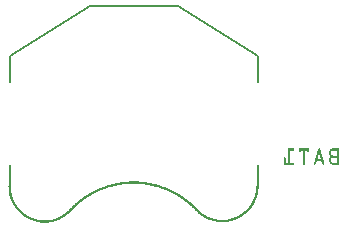
<source format=gbo>
G04 MADE WITH FRITZING*
G04 WWW.FRITZING.ORG*
G04 DOUBLE SIDED*
G04 HOLES PLATED*
G04 CONTOUR ON CENTER OF CONTOUR VECTOR*
%ASAXBY*%
%FSLAX23Y23*%
%MOIN*%
%OFA0B0*%
%SFA1.0B1.0*%
%ADD10C,0.008000*%
%ADD11R,0.001000X0.001000*%
%LNSILK0*%
G90*
G70*
G54D10*
X1528Y1029D02*
X1820Y1029D01*
D02*
X1528Y1029D02*
X1261Y863D01*
D02*
X1820Y1029D02*
X2087Y863D01*
D02*
X2087Y863D02*
X2087Y777D01*
D02*
X1261Y863D02*
X1261Y777D01*
D02*
X1261Y430D02*
X1261Y501D01*
D02*
X2087Y430D02*
X2087Y501D01*
G54D11*
X2188Y555D02*
X2206Y555D01*
X2225Y555D02*
X2258Y555D01*
X2291Y555D02*
X2293Y555D01*
X2336Y555D02*
X2359Y555D01*
X2188Y554D02*
X2207Y554D01*
X2225Y554D02*
X2258Y554D01*
X2289Y554D02*
X2294Y554D01*
X2333Y554D02*
X2359Y554D01*
X2188Y553D02*
X2208Y553D01*
X2225Y553D02*
X2258Y553D01*
X2289Y553D02*
X2294Y553D01*
X2331Y553D02*
X2359Y553D01*
X2188Y552D02*
X2208Y552D01*
X2225Y552D02*
X2258Y552D01*
X2288Y552D02*
X2295Y552D01*
X2330Y552D02*
X2359Y552D01*
X2188Y551D02*
X2208Y551D01*
X2225Y551D02*
X2258Y551D01*
X2288Y551D02*
X2295Y551D01*
X2329Y551D02*
X2359Y551D01*
X2188Y550D02*
X2207Y550D01*
X2225Y550D02*
X2258Y550D01*
X2288Y550D02*
X2295Y550D01*
X2328Y550D02*
X2359Y550D01*
X2188Y549D02*
X2206Y549D01*
X2225Y549D02*
X2258Y549D01*
X2288Y549D02*
X2296Y549D01*
X2327Y549D02*
X2359Y549D01*
X2188Y548D02*
X2194Y548D01*
X2225Y548D02*
X2231Y548D01*
X2238Y548D02*
X2244Y548D01*
X2252Y548D02*
X2258Y548D01*
X2287Y548D02*
X2296Y548D01*
X2327Y548D02*
X2336Y548D01*
X2352Y548D02*
X2359Y548D01*
X2188Y547D02*
X2194Y547D01*
X2225Y547D02*
X2231Y547D01*
X2238Y547D02*
X2244Y547D01*
X2252Y547D02*
X2258Y547D01*
X2287Y547D02*
X2296Y547D01*
X2326Y547D02*
X2334Y547D01*
X2353Y547D02*
X2359Y547D01*
X2188Y546D02*
X2194Y546D01*
X2225Y546D02*
X2231Y546D01*
X2238Y546D02*
X2244Y546D01*
X2252Y546D02*
X2258Y546D01*
X2287Y546D02*
X2297Y546D01*
X2326Y546D02*
X2333Y546D01*
X2353Y546D02*
X2359Y546D01*
X2188Y545D02*
X2194Y545D01*
X2225Y545D02*
X2230Y545D01*
X2238Y545D02*
X2244Y545D01*
X2252Y545D02*
X2258Y545D01*
X2286Y545D02*
X2297Y545D01*
X2326Y545D02*
X2332Y545D01*
X2353Y545D02*
X2359Y545D01*
X2188Y544D02*
X2194Y544D01*
X2225Y544D02*
X2230Y544D01*
X2238Y544D02*
X2244Y544D01*
X2253Y544D02*
X2257Y544D01*
X2286Y544D02*
X2297Y544D01*
X2325Y544D02*
X2332Y544D01*
X2353Y544D02*
X2359Y544D01*
X2188Y543D02*
X2194Y543D01*
X2226Y543D02*
X2229Y543D01*
X2238Y543D02*
X2244Y543D01*
X2254Y543D02*
X2256Y543D01*
X2286Y543D02*
X2297Y543D01*
X2325Y543D02*
X2331Y543D01*
X2353Y543D02*
X2359Y543D01*
X2188Y542D02*
X2194Y542D01*
X2238Y542D02*
X2244Y542D01*
X2286Y542D02*
X2298Y542D01*
X2325Y542D02*
X2331Y542D01*
X2353Y542D02*
X2359Y542D01*
X2188Y541D02*
X2194Y541D01*
X2238Y541D02*
X2244Y541D01*
X2285Y541D02*
X2298Y541D01*
X2325Y541D02*
X2331Y541D01*
X2353Y541D02*
X2359Y541D01*
X2188Y540D02*
X2194Y540D01*
X2238Y540D02*
X2244Y540D01*
X2285Y540D02*
X2298Y540D01*
X2325Y540D02*
X2331Y540D01*
X2353Y540D02*
X2359Y540D01*
X2188Y539D02*
X2194Y539D01*
X2238Y539D02*
X2244Y539D01*
X2285Y539D02*
X2299Y539D01*
X2325Y539D02*
X2331Y539D01*
X2353Y539D02*
X2359Y539D01*
X2188Y538D02*
X2194Y538D01*
X2238Y538D02*
X2244Y538D01*
X2284Y538D02*
X2291Y538D01*
X2293Y538D02*
X2299Y538D01*
X2325Y538D02*
X2331Y538D01*
X2353Y538D02*
X2359Y538D01*
X2188Y537D02*
X2194Y537D01*
X2238Y537D02*
X2244Y537D01*
X2284Y537D02*
X2290Y537D01*
X2293Y537D02*
X2299Y537D01*
X2325Y537D02*
X2331Y537D01*
X2353Y537D02*
X2359Y537D01*
X2188Y536D02*
X2194Y536D01*
X2238Y536D02*
X2244Y536D01*
X2284Y536D02*
X2290Y536D01*
X2293Y536D02*
X2299Y536D01*
X2325Y536D02*
X2332Y536D01*
X2353Y536D02*
X2359Y536D01*
X2188Y535D02*
X2194Y535D01*
X2238Y535D02*
X2244Y535D01*
X2284Y535D02*
X2290Y535D01*
X2293Y535D02*
X2300Y535D01*
X2326Y535D02*
X2332Y535D01*
X2353Y535D02*
X2359Y535D01*
X2188Y534D02*
X2194Y534D01*
X2238Y534D02*
X2244Y534D01*
X2283Y534D02*
X2290Y534D01*
X2294Y534D02*
X2300Y534D01*
X2326Y534D02*
X2333Y534D01*
X2353Y534D02*
X2359Y534D01*
X2188Y533D02*
X2194Y533D01*
X2238Y533D02*
X2244Y533D01*
X2283Y533D02*
X2289Y533D01*
X2294Y533D02*
X2300Y533D01*
X2326Y533D02*
X2334Y533D01*
X2353Y533D02*
X2359Y533D01*
X2188Y532D02*
X2194Y532D01*
X2238Y532D02*
X2244Y532D01*
X2283Y532D02*
X2289Y532D01*
X2294Y532D02*
X2301Y532D01*
X2327Y532D02*
X2337Y532D01*
X2352Y532D02*
X2359Y532D01*
X2188Y531D02*
X2194Y531D01*
X2238Y531D02*
X2244Y531D01*
X2282Y531D02*
X2289Y531D01*
X2295Y531D02*
X2301Y531D01*
X2327Y531D02*
X2359Y531D01*
X2188Y530D02*
X2194Y530D01*
X2238Y530D02*
X2244Y530D01*
X2282Y530D02*
X2288Y530D01*
X2295Y530D02*
X2301Y530D01*
X2328Y530D02*
X2359Y530D01*
X2188Y529D02*
X2194Y529D01*
X2238Y529D02*
X2244Y529D01*
X2282Y529D02*
X2288Y529D01*
X2295Y529D02*
X2301Y529D01*
X2329Y529D02*
X2359Y529D01*
X2188Y528D02*
X2194Y528D01*
X2238Y528D02*
X2244Y528D01*
X2281Y528D02*
X2288Y528D01*
X2295Y528D02*
X2302Y528D01*
X2330Y528D02*
X2359Y528D01*
X2188Y527D02*
X2194Y527D01*
X2238Y527D02*
X2244Y527D01*
X2281Y527D02*
X2288Y527D01*
X2296Y527D02*
X2302Y527D01*
X2329Y527D02*
X2359Y527D01*
X2188Y526D02*
X2194Y526D01*
X2238Y526D02*
X2244Y526D01*
X2281Y526D02*
X2287Y526D01*
X2296Y526D02*
X2302Y526D01*
X2328Y526D02*
X2359Y526D01*
X2176Y525D02*
X2179Y525D01*
X2188Y525D02*
X2194Y525D01*
X2238Y525D02*
X2244Y525D01*
X2281Y525D02*
X2287Y525D01*
X2296Y525D02*
X2303Y525D01*
X2327Y525D02*
X2359Y525D01*
X2175Y524D02*
X2180Y524D01*
X2188Y524D02*
X2194Y524D01*
X2238Y524D02*
X2244Y524D01*
X2280Y524D02*
X2287Y524D01*
X2297Y524D02*
X2303Y524D01*
X2326Y524D02*
X2335Y524D01*
X2353Y524D02*
X2359Y524D01*
X2175Y523D02*
X2180Y523D01*
X2188Y523D02*
X2194Y523D01*
X2238Y523D02*
X2244Y523D01*
X2280Y523D02*
X2286Y523D01*
X2297Y523D02*
X2303Y523D01*
X2326Y523D02*
X2333Y523D01*
X2353Y523D02*
X2359Y523D01*
X2174Y522D02*
X2180Y522D01*
X2188Y522D02*
X2194Y522D01*
X2238Y522D02*
X2244Y522D01*
X2280Y522D02*
X2286Y522D01*
X2297Y522D02*
X2304Y522D01*
X2326Y522D02*
X2332Y522D01*
X2353Y522D02*
X2359Y522D01*
X2174Y521D02*
X2180Y521D01*
X2188Y521D02*
X2194Y521D01*
X2238Y521D02*
X2244Y521D01*
X2279Y521D02*
X2286Y521D01*
X2298Y521D02*
X2304Y521D01*
X2325Y521D02*
X2332Y521D01*
X2353Y521D02*
X2359Y521D01*
X2174Y520D02*
X2180Y520D01*
X2188Y520D02*
X2194Y520D01*
X2238Y520D02*
X2244Y520D01*
X2279Y520D02*
X2304Y520D01*
X2325Y520D02*
X2331Y520D01*
X2353Y520D02*
X2359Y520D01*
X2174Y519D02*
X2180Y519D01*
X2188Y519D02*
X2194Y519D01*
X2238Y519D02*
X2244Y519D01*
X2279Y519D02*
X2304Y519D01*
X2325Y519D02*
X2331Y519D01*
X2353Y519D02*
X2359Y519D01*
X2174Y518D02*
X2180Y518D01*
X2188Y518D02*
X2194Y518D01*
X2238Y518D02*
X2244Y518D01*
X2279Y518D02*
X2305Y518D01*
X2325Y518D02*
X2331Y518D01*
X2353Y518D02*
X2359Y518D01*
X2174Y517D02*
X2180Y517D01*
X2188Y517D02*
X2194Y517D01*
X2238Y517D02*
X2244Y517D01*
X2278Y517D02*
X2305Y517D01*
X2325Y517D02*
X2331Y517D01*
X2353Y517D02*
X2359Y517D01*
X2174Y516D02*
X2180Y516D01*
X2188Y516D02*
X2194Y516D01*
X2238Y516D02*
X2244Y516D01*
X2278Y516D02*
X2305Y516D01*
X2325Y516D02*
X2331Y516D01*
X2353Y516D02*
X2359Y516D01*
X2174Y515D02*
X2180Y515D01*
X2188Y515D02*
X2194Y515D01*
X2238Y515D02*
X2244Y515D01*
X2278Y515D02*
X2306Y515D01*
X2325Y515D02*
X2331Y515D01*
X2353Y515D02*
X2359Y515D01*
X2174Y514D02*
X2180Y514D01*
X2188Y514D02*
X2194Y514D01*
X2238Y514D02*
X2244Y514D01*
X2277Y514D02*
X2306Y514D01*
X2325Y514D02*
X2331Y514D01*
X2353Y514D02*
X2359Y514D01*
X2174Y513D02*
X2180Y513D01*
X2188Y513D02*
X2194Y513D01*
X2238Y513D02*
X2244Y513D01*
X2277Y513D02*
X2284Y513D01*
X2299Y513D02*
X2306Y513D01*
X2325Y513D02*
X2331Y513D01*
X2353Y513D02*
X2359Y513D01*
X2174Y512D02*
X2180Y512D01*
X2188Y512D02*
X2194Y512D01*
X2238Y512D02*
X2244Y512D01*
X2277Y512D02*
X2283Y512D01*
X2300Y512D02*
X2306Y512D01*
X2325Y512D02*
X2332Y512D01*
X2353Y512D02*
X2359Y512D01*
X2174Y511D02*
X2180Y511D01*
X2188Y511D02*
X2194Y511D01*
X2238Y511D02*
X2244Y511D01*
X2277Y511D02*
X2283Y511D01*
X2300Y511D02*
X2307Y511D01*
X2326Y511D02*
X2333Y511D01*
X2353Y511D02*
X2359Y511D01*
X2174Y510D02*
X2180Y510D01*
X2188Y510D02*
X2194Y510D01*
X2238Y510D02*
X2244Y510D01*
X2276Y510D02*
X2282Y510D01*
X2301Y510D02*
X2307Y510D01*
X2326Y510D02*
X2333Y510D01*
X2353Y510D02*
X2359Y510D01*
X2174Y509D02*
X2180Y509D01*
X2188Y509D02*
X2194Y509D01*
X2238Y509D02*
X2244Y509D01*
X2276Y509D02*
X2282Y509D01*
X2301Y509D02*
X2307Y509D01*
X2327Y509D02*
X2335Y509D01*
X2353Y509D02*
X2359Y509D01*
X2174Y508D02*
X2206Y508D01*
X2238Y508D02*
X2244Y508D01*
X2276Y508D02*
X2282Y508D01*
X2301Y508D02*
X2308Y508D01*
X2327Y508D02*
X2359Y508D01*
X2174Y507D02*
X2207Y507D01*
X2238Y507D02*
X2244Y507D01*
X2275Y507D02*
X2282Y507D01*
X2302Y507D02*
X2308Y507D01*
X2328Y507D02*
X2359Y507D01*
X2174Y506D02*
X2208Y506D01*
X2238Y506D02*
X2244Y506D01*
X2275Y506D02*
X2281Y506D01*
X2302Y506D02*
X2308Y506D01*
X2329Y506D02*
X2359Y506D01*
X2174Y505D02*
X2208Y505D01*
X2238Y505D02*
X2244Y505D01*
X2275Y505D02*
X2281Y505D01*
X2302Y505D02*
X2308Y505D01*
X2330Y505D02*
X2359Y505D01*
X2175Y504D02*
X2208Y504D01*
X2239Y504D02*
X2244Y504D01*
X2275Y504D02*
X2281Y504D01*
X2302Y504D02*
X2308Y504D01*
X2331Y504D02*
X2359Y504D01*
X2175Y503D02*
X2207Y503D01*
X2239Y503D02*
X2244Y503D01*
X2275Y503D02*
X2280Y503D01*
X2303Y503D02*
X2308Y503D01*
X2332Y503D02*
X2359Y503D01*
X2176Y502D02*
X2207Y502D01*
X2240Y502D02*
X2243Y502D01*
X2276Y502D02*
X2279Y502D01*
X2304Y502D02*
X2307Y502D01*
X2335Y502D02*
X2359Y502D01*
X1658Y445D02*
X1690Y445D01*
X1645Y444D02*
X1702Y444D01*
X1636Y443D02*
X1710Y443D01*
X1629Y442D02*
X1718Y442D01*
X1623Y441D02*
X1724Y441D01*
X1618Y440D02*
X1729Y440D01*
X1613Y439D02*
X1734Y439D01*
X1609Y438D02*
X1738Y438D01*
X1604Y437D02*
X1657Y437D01*
X1691Y437D02*
X1742Y437D01*
X1600Y436D02*
X1644Y436D01*
X1703Y436D02*
X1746Y436D01*
X1597Y435D02*
X1635Y435D01*
X1711Y435D02*
X1750Y435D01*
X1593Y434D02*
X1628Y434D01*
X1718Y434D02*
X1754Y434D01*
X1590Y433D02*
X1623Y433D01*
X1724Y433D02*
X1757Y433D01*
X1586Y432D02*
X1617Y432D01*
X1729Y432D02*
X1760Y432D01*
X1583Y431D02*
X1612Y431D01*
X1735Y431D02*
X1764Y431D01*
X1256Y430D02*
X1263Y430D01*
X1580Y430D02*
X1608Y430D01*
X1739Y430D02*
X1766Y430D01*
X2083Y430D02*
X2090Y430D01*
X1256Y429D02*
X1263Y429D01*
X1577Y429D02*
X1604Y429D01*
X1743Y429D02*
X1769Y429D01*
X2083Y429D02*
X2090Y429D01*
X1256Y428D02*
X1263Y428D01*
X1575Y428D02*
X1600Y428D01*
X1747Y428D02*
X1772Y428D01*
X2083Y428D02*
X2090Y428D01*
X1257Y427D02*
X1264Y427D01*
X1572Y427D02*
X1596Y427D01*
X1751Y427D02*
X1775Y427D01*
X2083Y427D02*
X2090Y427D01*
X1257Y426D02*
X1264Y426D01*
X1569Y426D02*
X1593Y426D01*
X1754Y426D02*
X1778Y426D01*
X2083Y426D02*
X2090Y426D01*
X1257Y425D02*
X1264Y425D01*
X1567Y425D02*
X1589Y425D01*
X1757Y425D02*
X1780Y425D01*
X2083Y425D02*
X2090Y425D01*
X1257Y424D02*
X1264Y424D01*
X1564Y424D02*
X1586Y424D01*
X1761Y424D02*
X1782Y424D01*
X2083Y424D02*
X2090Y424D01*
X1257Y423D02*
X1264Y423D01*
X1562Y423D02*
X1583Y423D01*
X1764Y423D02*
X1785Y423D01*
X2083Y423D02*
X2090Y423D01*
X1257Y422D02*
X1264Y422D01*
X1559Y422D02*
X1580Y422D01*
X1766Y422D02*
X1787Y422D01*
X2083Y422D02*
X2090Y422D01*
X1257Y421D02*
X1264Y421D01*
X1557Y421D02*
X1577Y421D01*
X1769Y421D02*
X1790Y421D01*
X2083Y421D02*
X2090Y421D01*
X1257Y420D02*
X1264Y420D01*
X1555Y420D02*
X1575Y420D01*
X1772Y420D02*
X1792Y420D01*
X2082Y420D02*
X2089Y420D01*
X1257Y419D02*
X1264Y419D01*
X1553Y419D02*
X1572Y419D01*
X1775Y419D02*
X1794Y419D01*
X2082Y419D02*
X2089Y419D01*
X1257Y418D02*
X1264Y418D01*
X1551Y418D02*
X1569Y418D01*
X1777Y418D02*
X1796Y418D01*
X2082Y418D02*
X2089Y418D01*
X1257Y417D02*
X1264Y417D01*
X1548Y417D02*
X1567Y417D01*
X1780Y417D02*
X1798Y417D01*
X2082Y417D02*
X2089Y417D01*
X1257Y416D02*
X1264Y416D01*
X1546Y416D02*
X1564Y416D01*
X1782Y416D02*
X1800Y416D01*
X2082Y416D02*
X2089Y416D01*
X1257Y415D02*
X1264Y415D01*
X1544Y415D02*
X1562Y415D01*
X1785Y415D02*
X1802Y415D01*
X2082Y415D02*
X2089Y415D01*
X1257Y414D02*
X1264Y414D01*
X1542Y414D02*
X1560Y414D01*
X1787Y414D02*
X1805Y414D01*
X2082Y414D02*
X2089Y414D01*
X1258Y413D02*
X1265Y413D01*
X1540Y413D02*
X1557Y413D01*
X1789Y413D02*
X1806Y413D01*
X2082Y413D02*
X2089Y413D01*
X1258Y412D02*
X1265Y412D01*
X1538Y412D02*
X1555Y412D01*
X1792Y412D02*
X1808Y412D01*
X2081Y412D02*
X2088Y412D01*
X1258Y411D02*
X1265Y411D01*
X1536Y411D02*
X1553Y411D01*
X1794Y411D02*
X1810Y411D01*
X2081Y411D02*
X2088Y411D01*
X1258Y410D02*
X1265Y410D01*
X1535Y410D02*
X1551Y410D01*
X1796Y410D02*
X1812Y410D01*
X2081Y410D02*
X2088Y410D01*
X1258Y409D02*
X1265Y409D01*
X1533Y409D02*
X1549Y409D01*
X1798Y409D02*
X1814Y409D01*
X2081Y409D02*
X2088Y409D01*
X1258Y408D02*
X1265Y408D01*
X1531Y408D02*
X1547Y408D01*
X1800Y408D02*
X1816Y408D01*
X2081Y408D02*
X2088Y408D01*
X1259Y407D02*
X1266Y407D01*
X1529Y407D02*
X1545Y407D01*
X1802Y407D02*
X1818Y407D01*
X2080Y407D02*
X2087Y407D01*
X1259Y406D02*
X1266Y406D01*
X1528Y406D02*
X1543Y406D01*
X1804Y406D02*
X1819Y406D01*
X2080Y406D02*
X2087Y406D01*
X1259Y405D02*
X1266Y405D01*
X1526Y405D02*
X1541Y405D01*
X1806Y405D02*
X1821Y405D01*
X2080Y405D02*
X2087Y405D01*
X1259Y404D02*
X1266Y404D01*
X1524Y404D02*
X1539Y404D01*
X1808Y404D02*
X1823Y404D01*
X2080Y404D02*
X2087Y404D01*
X1259Y403D02*
X1266Y403D01*
X1522Y403D02*
X1537Y403D01*
X1810Y403D02*
X1824Y403D01*
X2079Y403D02*
X2087Y403D01*
X1260Y402D02*
X1267Y402D01*
X1521Y402D02*
X1535Y402D01*
X1811Y402D02*
X1826Y402D01*
X2079Y402D02*
X2086Y402D01*
X1260Y401D02*
X1267Y401D01*
X1519Y401D02*
X1534Y401D01*
X1813Y401D02*
X1828Y401D01*
X2079Y401D02*
X2086Y401D01*
X1260Y400D02*
X1267Y400D01*
X1518Y400D02*
X1532Y400D01*
X1815Y400D02*
X1829Y400D01*
X2079Y400D02*
X2086Y400D01*
X1260Y399D02*
X1267Y399D01*
X1516Y399D02*
X1530Y399D01*
X1817Y399D02*
X1831Y399D01*
X2078Y399D02*
X2085Y399D01*
X1261Y398D02*
X1268Y398D01*
X1514Y398D02*
X1528Y398D01*
X1818Y398D02*
X1832Y398D01*
X2078Y398D02*
X2085Y398D01*
X1261Y397D02*
X1268Y397D01*
X1513Y397D02*
X1527Y397D01*
X1820Y397D02*
X1834Y397D01*
X2078Y397D02*
X2085Y397D01*
X1261Y396D02*
X1268Y396D01*
X1511Y396D02*
X1525Y396D01*
X1822Y396D02*
X1835Y396D01*
X2077Y396D02*
X2085Y396D01*
X1261Y395D02*
X1269Y395D01*
X1510Y395D02*
X1523Y395D01*
X1823Y395D02*
X1837Y395D01*
X2077Y395D02*
X2084Y395D01*
X1262Y394D02*
X1269Y394D01*
X1508Y394D02*
X1522Y394D01*
X1825Y394D02*
X1838Y394D01*
X2077Y394D02*
X2084Y394D01*
X1262Y393D02*
X1269Y393D01*
X1507Y393D02*
X1520Y393D01*
X1827Y393D02*
X1840Y393D01*
X2076Y393D02*
X2084Y393D01*
X1262Y392D02*
X1270Y392D01*
X1506Y392D02*
X1519Y392D01*
X1828Y392D02*
X1841Y392D01*
X2076Y392D02*
X2083Y392D01*
X1263Y391D02*
X1270Y391D01*
X1504Y391D02*
X1517Y391D01*
X1830Y391D02*
X1843Y391D01*
X2076Y391D02*
X2083Y391D01*
X1263Y390D02*
X1270Y390D01*
X1503Y390D02*
X1516Y390D01*
X1831Y390D02*
X1844Y390D01*
X2075Y390D02*
X2083Y390D01*
X1263Y389D02*
X1271Y389D01*
X1501Y389D02*
X1514Y389D01*
X1833Y389D02*
X1845Y389D01*
X2075Y389D02*
X2082Y389D01*
X1264Y388D02*
X1271Y388D01*
X1500Y388D02*
X1513Y388D01*
X1834Y388D02*
X1847Y388D01*
X2074Y388D02*
X2082Y388D01*
X1264Y387D02*
X1271Y387D01*
X1499Y387D02*
X1511Y387D01*
X1835Y387D02*
X1848Y387D01*
X2074Y387D02*
X2081Y387D01*
X1264Y386D02*
X1272Y386D01*
X1497Y386D02*
X1510Y386D01*
X1837Y386D02*
X1849Y386D01*
X2074Y386D02*
X2081Y386D01*
X1265Y385D02*
X1272Y385D01*
X1496Y385D02*
X1508Y385D01*
X1838Y385D02*
X1851Y385D01*
X2073Y385D02*
X2081Y385D01*
X1265Y384D02*
X1273Y384D01*
X1495Y384D02*
X1507Y384D01*
X1840Y384D02*
X1852Y384D01*
X2073Y384D02*
X2080Y384D01*
X1266Y383D02*
X1273Y383D01*
X1493Y383D02*
X1506Y383D01*
X1841Y383D02*
X1853Y383D01*
X2072Y383D02*
X2080Y383D01*
X1266Y382D02*
X1273Y382D01*
X1492Y382D02*
X1504Y382D01*
X1842Y382D02*
X1855Y382D01*
X2072Y382D02*
X2079Y382D01*
X1267Y381D02*
X1274Y381D01*
X1491Y381D02*
X1503Y381D01*
X1844Y381D02*
X1856Y381D01*
X2071Y381D02*
X2079Y381D01*
X1267Y380D02*
X1274Y380D01*
X1490Y380D02*
X1502Y380D01*
X1845Y380D02*
X1857Y380D01*
X2071Y380D02*
X2078Y380D01*
X1267Y379D02*
X1275Y379D01*
X1489Y379D02*
X1500Y379D01*
X1846Y379D02*
X1858Y379D01*
X2070Y379D02*
X2078Y379D01*
X1268Y378D02*
X1275Y378D01*
X1487Y378D02*
X1499Y378D01*
X1848Y378D02*
X1859Y378D01*
X2070Y378D02*
X2077Y378D01*
X1268Y377D02*
X1276Y377D01*
X1486Y377D02*
X1498Y377D01*
X1849Y377D02*
X1861Y377D01*
X2069Y377D02*
X2077Y377D01*
X1269Y376D02*
X1276Y376D01*
X1485Y376D02*
X1496Y376D01*
X1850Y376D02*
X1862Y376D01*
X2069Y376D02*
X2076Y376D01*
X1269Y375D02*
X1277Y375D01*
X1484Y375D02*
X1495Y375D01*
X1852Y375D02*
X1863Y375D01*
X2068Y375D02*
X2076Y375D01*
X1270Y374D02*
X1277Y374D01*
X1483Y374D02*
X1494Y374D01*
X1853Y374D02*
X1864Y374D01*
X2068Y374D02*
X2075Y374D01*
X1270Y373D02*
X1278Y373D01*
X1481Y373D02*
X1493Y373D01*
X1854Y373D02*
X1865Y373D01*
X2067Y373D02*
X2075Y373D01*
X1271Y372D02*
X1279Y372D01*
X1480Y372D02*
X1492Y372D01*
X1855Y372D02*
X1867Y372D01*
X2066Y372D02*
X2074Y372D01*
X1271Y371D02*
X1279Y371D01*
X1479Y371D02*
X1490Y371D01*
X1856Y371D02*
X1868Y371D01*
X2066Y371D02*
X2074Y371D01*
X1272Y370D02*
X1280Y370D01*
X1478Y370D02*
X1489Y370D01*
X1858Y370D02*
X1869Y370D01*
X2065Y370D02*
X2073Y370D01*
X1272Y369D02*
X1280Y369D01*
X1477Y369D02*
X1488Y369D01*
X1859Y369D02*
X1870Y369D01*
X2064Y369D02*
X2073Y369D01*
X1273Y368D02*
X1281Y368D01*
X1476Y368D02*
X1487Y368D01*
X1860Y368D02*
X1871Y368D01*
X2064Y368D02*
X2072Y368D01*
X1274Y367D02*
X1282Y367D01*
X1475Y367D02*
X1486Y367D01*
X1861Y367D02*
X1872Y367D01*
X2063Y367D02*
X2071Y367D01*
X1274Y366D02*
X1282Y366D01*
X1474Y366D02*
X1485Y366D01*
X1862Y366D02*
X1873Y366D01*
X2062Y366D02*
X2071Y366D01*
X1275Y365D02*
X1283Y365D01*
X1473Y365D02*
X1483Y365D01*
X1863Y365D02*
X1874Y365D01*
X2062Y365D02*
X2070Y365D01*
X1276Y364D02*
X1284Y364D01*
X1472Y364D02*
X1482Y364D01*
X1864Y364D02*
X1875Y364D01*
X2061Y364D02*
X2069Y364D01*
X1276Y363D02*
X1284Y363D01*
X1471Y363D02*
X1481Y363D01*
X1865Y363D02*
X1876Y363D01*
X2060Y363D02*
X2069Y363D01*
X1277Y362D02*
X1285Y362D01*
X1470Y362D02*
X1480Y362D01*
X1867Y362D02*
X1877Y362D01*
X2059Y362D02*
X2068Y362D01*
X1278Y361D02*
X1286Y361D01*
X1469Y361D02*
X1479Y361D01*
X1868Y361D02*
X1878Y361D01*
X2059Y361D02*
X2067Y361D01*
X1278Y360D02*
X1287Y360D01*
X1468Y360D02*
X1478Y360D01*
X1869Y360D02*
X1879Y360D01*
X2058Y360D02*
X2067Y360D01*
X1279Y359D02*
X1287Y359D01*
X1467Y359D02*
X1477Y359D01*
X1870Y359D02*
X1880Y359D01*
X2057Y359D02*
X2066Y359D01*
X1280Y358D02*
X1288Y358D01*
X1466Y358D02*
X1476Y358D01*
X1871Y358D02*
X1881Y358D01*
X2056Y358D02*
X2065Y358D01*
X1280Y357D02*
X1289Y357D01*
X1465Y357D02*
X1475Y357D01*
X1872Y357D02*
X1882Y357D01*
X2055Y357D02*
X2064Y357D01*
X1281Y356D02*
X1290Y356D01*
X1464Y356D02*
X1474Y356D01*
X1873Y356D02*
X1883Y356D01*
X2054Y356D02*
X2064Y356D01*
X1282Y355D02*
X1291Y355D01*
X1463Y355D02*
X1473Y355D01*
X1874Y355D02*
X1884Y355D01*
X2054Y355D02*
X2063Y355D01*
X1283Y354D02*
X1292Y354D01*
X1462Y354D02*
X1472Y354D01*
X1875Y354D02*
X1885Y354D01*
X2053Y354D02*
X2062Y354D01*
X1283Y353D02*
X1293Y353D01*
X1461Y353D02*
X1471Y353D01*
X1876Y353D02*
X1886Y353D01*
X2052Y353D02*
X2061Y353D01*
X1284Y352D02*
X1293Y352D01*
X1460Y352D02*
X1470Y352D01*
X1877Y352D02*
X1887Y352D01*
X2051Y352D02*
X2060Y352D01*
X1285Y351D02*
X1294Y351D01*
X1459Y351D02*
X1469Y351D01*
X1878Y351D02*
X1888Y351D01*
X2050Y351D02*
X2059Y351D01*
X1286Y350D02*
X1295Y350D01*
X1458Y350D02*
X1468Y350D01*
X1879Y350D02*
X1889Y350D01*
X2049Y350D02*
X2058Y350D01*
X1287Y349D02*
X1296Y349D01*
X1457Y349D02*
X1467Y349D01*
X1880Y349D02*
X1890Y349D01*
X2048Y349D02*
X2058Y349D01*
X1288Y348D02*
X1297Y348D01*
X1456Y348D02*
X1466Y348D01*
X1881Y348D02*
X1891Y348D01*
X2047Y348D02*
X2057Y348D01*
X1289Y347D02*
X1298Y347D01*
X1455Y347D02*
X1465Y347D01*
X1882Y347D02*
X1892Y347D01*
X2046Y347D02*
X2056Y347D01*
X1290Y346D02*
X1299Y346D01*
X1454Y346D02*
X1464Y346D01*
X1883Y346D02*
X1893Y346D01*
X2044Y346D02*
X2055Y346D01*
X1291Y345D02*
X1301Y345D01*
X1453Y345D02*
X1463Y345D01*
X1884Y345D02*
X1894Y345D01*
X2043Y345D02*
X2054Y345D01*
X1292Y344D02*
X1302Y344D01*
X1452Y344D02*
X1462Y344D01*
X1885Y344D02*
X1895Y344D01*
X2042Y344D02*
X2053Y344D01*
X1293Y343D02*
X1303Y343D01*
X1450Y343D02*
X1461Y343D01*
X1886Y343D02*
X1897Y343D01*
X2041Y343D02*
X2052Y343D01*
X1294Y342D02*
X1304Y342D01*
X1449Y342D02*
X1460Y342D01*
X1887Y342D02*
X1898Y342D01*
X2040Y342D02*
X2051Y342D01*
X1295Y341D02*
X1305Y341D01*
X1448Y341D02*
X1459Y341D01*
X1888Y341D02*
X1899Y341D01*
X2038Y341D02*
X2049Y341D01*
X1296Y340D02*
X1307Y340D01*
X1447Y340D02*
X1458Y340D01*
X1889Y340D02*
X1901Y340D01*
X2037Y340D02*
X2048Y340D01*
X1297Y339D02*
X1308Y339D01*
X1445Y339D02*
X1457Y339D01*
X1890Y339D02*
X1902Y339D01*
X2036Y339D02*
X2047Y339D01*
X1298Y338D02*
X1309Y338D01*
X1444Y338D02*
X1456Y338D01*
X1891Y338D02*
X1903Y338D01*
X2034Y338D02*
X2046Y338D01*
X1299Y337D02*
X1311Y337D01*
X1443Y337D02*
X1455Y337D01*
X1892Y337D02*
X1905Y337D01*
X2033Y337D02*
X2045Y337D01*
X1300Y336D02*
X1312Y336D01*
X1441Y336D02*
X1453Y336D01*
X1894Y336D02*
X1906Y336D01*
X2031Y336D02*
X2044Y336D01*
X1301Y335D02*
X1314Y335D01*
X1440Y335D02*
X1452Y335D01*
X1895Y335D02*
X1908Y335D01*
X2029Y335D02*
X2042Y335D01*
X1303Y334D02*
X1315Y334D01*
X1438Y334D02*
X1451Y334D01*
X1896Y334D02*
X1909Y334D01*
X2028Y334D02*
X2041Y334D01*
X1304Y333D02*
X1317Y333D01*
X1437Y333D02*
X1450Y333D01*
X1898Y333D02*
X1911Y333D01*
X2026Y333D02*
X2040Y333D01*
X1305Y332D02*
X1318Y332D01*
X1435Y332D02*
X1448Y332D01*
X1899Y332D02*
X1913Y332D01*
X2024Y332D02*
X2038Y332D01*
X1307Y331D02*
X1320Y331D01*
X1434Y331D02*
X1447Y331D01*
X1900Y331D02*
X1915Y331D01*
X2022Y331D02*
X2037Y331D01*
X1308Y330D02*
X1322Y330D01*
X1432Y330D02*
X1446Y330D01*
X1902Y330D02*
X1917Y330D01*
X2021Y330D02*
X2035Y330D01*
X1309Y329D02*
X1324Y329D01*
X1430Y329D02*
X1444Y329D01*
X1904Y329D02*
X1918Y329D01*
X2019Y329D02*
X2034Y329D01*
X1311Y328D02*
X1326Y328D01*
X1428Y328D02*
X1442Y328D01*
X1905Y328D02*
X1921Y328D01*
X2016Y328D02*
X2032Y328D01*
X1312Y327D02*
X1328Y327D01*
X1426Y327D02*
X1441Y327D01*
X1907Y327D02*
X1923Y327D01*
X2014Y327D02*
X2031Y327D01*
X1314Y326D02*
X1330Y326D01*
X1424Y326D02*
X1439Y326D01*
X1909Y326D02*
X1925Y326D01*
X2012Y326D02*
X2029Y326D01*
X1316Y325D02*
X1332Y325D01*
X1422Y325D02*
X1438Y325D01*
X1910Y325D02*
X1928Y325D01*
X2009Y325D02*
X2027Y325D01*
X1317Y324D02*
X1335Y324D01*
X1419Y324D02*
X1436Y324D01*
X1912Y324D02*
X1931Y324D01*
X2006Y324D02*
X2025Y324D01*
X1319Y323D02*
X1337Y323D01*
X1417Y323D02*
X1434Y323D01*
X1914Y323D02*
X1933Y323D01*
X2003Y323D02*
X2023Y323D01*
X1321Y322D02*
X1340Y322D01*
X1414Y322D02*
X1432Y322D01*
X1916Y322D02*
X1937Y322D01*
X2000Y322D02*
X2021Y322D01*
X1323Y321D02*
X1343Y321D01*
X1411Y321D02*
X1430Y321D01*
X1918Y321D02*
X1940Y321D01*
X1996Y321D02*
X2019Y321D01*
X1325Y320D02*
X1347Y320D01*
X1407Y320D02*
X1428Y320D01*
X1921Y320D02*
X1945Y320D01*
X1992Y320D02*
X2017Y320D01*
X1327Y319D02*
X1351Y319D01*
X1404Y319D02*
X1426Y319D01*
X1923Y319D02*
X1950Y319D01*
X1987Y319D02*
X2015Y319D01*
X1329Y318D02*
X1355Y318D01*
X1399Y318D02*
X1424Y318D01*
X1925Y318D02*
X1958Y318D01*
X1978Y318D02*
X2012Y318D01*
X1332Y317D02*
X1361Y317D01*
X1393Y317D02*
X1421Y317D01*
X1928Y317D02*
X2010Y317D01*
X1334Y316D02*
X1374Y316D01*
X1381Y316D02*
X1419Y316D01*
X1931Y316D02*
X2007Y316D01*
X1337Y315D02*
X1416Y315D01*
X1934Y315D02*
X2004Y315D01*
X1340Y314D02*
X1413Y314D01*
X1938Y314D02*
X2000Y314D01*
X1343Y313D02*
X1410Y313D01*
X1942Y313D02*
X1996Y313D01*
X1347Y312D02*
X1406Y312D01*
X1947Y312D02*
X1991Y312D01*
X1351Y311D02*
X1402Y311D01*
X1953Y311D02*
X1986Y311D01*
X1356Y310D02*
X1397Y310D01*
X1964Y310D02*
X1974Y310D01*
X1363Y309D02*
X1390Y309D01*
D02*
G04 End of Silk0*
M02*
</source>
